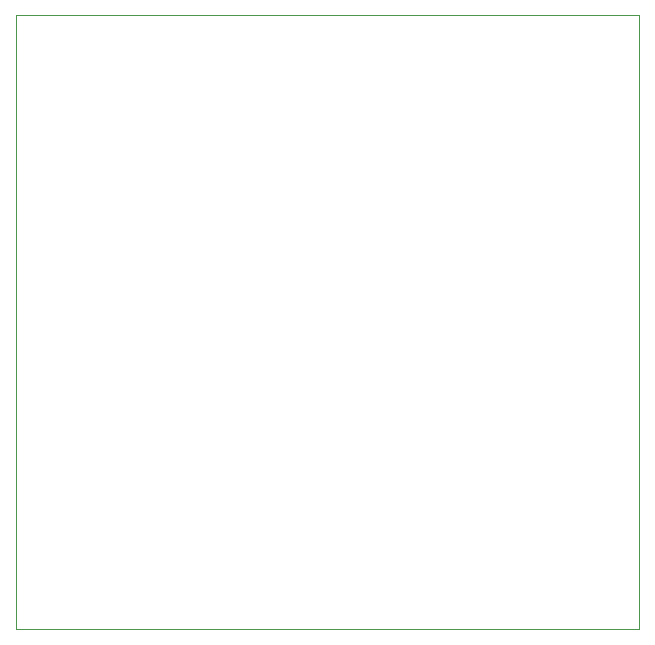
<source format=gbr>
%TF.GenerationSoftware,KiCad,Pcbnew,8.0.5*%
%TF.CreationDate,2024-10-31T12:59:41-07:00*%
%TF.ProjectId,team6_pcb,7465616d-365f-4706-9362-2e6b69636164,rev?*%
%TF.SameCoordinates,Original*%
%TF.FileFunction,Profile,NP*%
%FSLAX46Y46*%
G04 Gerber Fmt 4.6, Leading zero omitted, Abs format (unit mm)*
G04 Created by KiCad (PCBNEW 8.0.5) date 2024-10-31 12:59:41*
%MOMM*%
%LPD*%
G01*
G04 APERTURE LIST*
%TA.AperFunction,Profile*%
%ADD10C,0.050000*%
%TD*%
G04 APERTURE END LIST*
D10*
X102750000Y-68500000D02*
X155500000Y-68500000D01*
X155500000Y-120500000D01*
X102750000Y-120500000D01*
X102750000Y-68500000D01*
M02*

</source>
